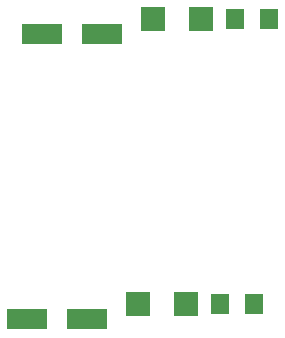
<source format=gtp>
G04 #@! TF.FileFunction,Paste,Top*
%FSLAX46Y46*%
G04 Gerber Fmt 4.6, Leading zero omitted, Abs format (unit mm)*
G04 Created by KiCad (PCBNEW 4.0.2+dfsg1-stable) date Fri 01 Mar 2019 22:17:21 CET*
%MOMM*%
G01*
G04 APERTURE LIST*
%ADD10C,0.100000*%
%ADD11R,1.597660X1.800860*%
%ADD12R,2.000000X2.000000*%
%ADD13R,3.500120X1.800860*%
G04 APERTURE END LIST*
D10*
D11*
X185270140Y-101600000D03*
X188109860Y-101600000D03*
X186540140Y-77470000D03*
X189379860Y-77470000D03*
D12*
X182340000Y-101600000D03*
X178340000Y-101600000D03*
X183610000Y-77470000D03*
X179610000Y-77470000D03*
D13*
X170220640Y-78740000D03*
X175219360Y-78740000D03*
X168950640Y-102870000D03*
X173949360Y-102870000D03*
M02*

</source>
